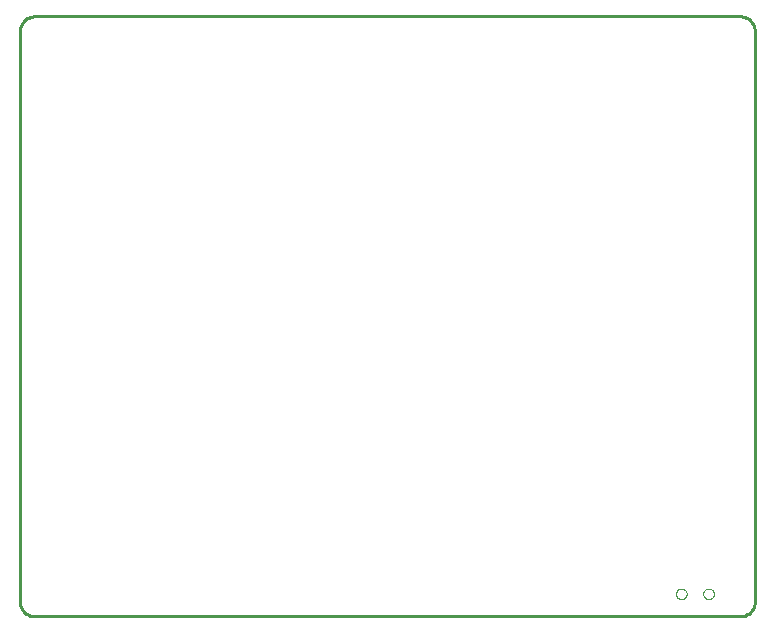
<source format=gko>
G04 EAGLE Gerber RS-274X export*
G75*
%MOMM*%
%FSLAX34Y34*%
%LPD*%
%INDimension*%
%IPPOS*%
%AMOC8*
5,1,8,0,0,1.08239X$1,22.5*%
G01*
%ADD10C,0.000000*%
%ADD11C,0.254000*%


D10*
X215900Y850900D02*
X215900Y368300D01*
X215904Y367993D01*
X215915Y367686D01*
X215933Y367380D01*
X215959Y367074D01*
X215993Y366769D01*
X216033Y366465D01*
X216081Y366162D01*
X216137Y365860D01*
X216199Y365560D01*
X216269Y365261D01*
X216346Y364964D01*
X216430Y364668D01*
X216522Y364375D01*
X216620Y364085D01*
X216725Y363797D01*
X216838Y363511D01*
X216957Y363228D01*
X217083Y362948D01*
X217215Y362671D01*
X217355Y362398D01*
X217501Y362128D01*
X217653Y361862D01*
X217812Y361599D01*
X217977Y361340D01*
X218148Y361086D01*
X218325Y360835D01*
X218509Y360589D01*
X218698Y360347D01*
X218893Y360111D01*
X219094Y359878D01*
X219300Y359651D01*
X219512Y359429D01*
X219729Y359212D01*
X219951Y359000D01*
X220178Y358794D01*
X220411Y358593D01*
X220647Y358398D01*
X220889Y358209D01*
X221135Y358025D01*
X221386Y357848D01*
X221640Y357677D01*
X221899Y357512D01*
X222162Y357353D01*
X222428Y357201D01*
X222698Y357055D01*
X222971Y356915D01*
X223248Y356783D01*
X223528Y356657D01*
X223811Y356538D01*
X224097Y356425D01*
X224385Y356320D01*
X224675Y356222D01*
X224968Y356130D01*
X225264Y356046D01*
X225561Y355969D01*
X225860Y355899D01*
X226160Y355837D01*
X226462Y355781D01*
X226765Y355733D01*
X227069Y355693D01*
X227374Y355659D01*
X227680Y355633D01*
X227986Y355615D01*
X228293Y355604D01*
X228600Y355600D01*
X825500Y355600D01*
X825807Y355604D01*
X826114Y355615D01*
X826420Y355633D01*
X826726Y355659D01*
X827031Y355693D01*
X827335Y355733D01*
X827638Y355781D01*
X827940Y355837D01*
X828240Y355899D01*
X828539Y355969D01*
X828836Y356046D01*
X829132Y356130D01*
X829425Y356222D01*
X829715Y356320D01*
X830003Y356425D01*
X830289Y356538D01*
X830572Y356657D01*
X830852Y356783D01*
X831129Y356915D01*
X831402Y357055D01*
X831672Y357201D01*
X831938Y357353D01*
X832201Y357512D01*
X832460Y357677D01*
X832714Y357848D01*
X832965Y358025D01*
X833211Y358209D01*
X833453Y358398D01*
X833689Y358593D01*
X833922Y358794D01*
X834149Y359000D01*
X834371Y359212D01*
X834588Y359429D01*
X834800Y359651D01*
X835006Y359878D01*
X835207Y360111D01*
X835402Y360347D01*
X835591Y360589D01*
X835775Y360835D01*
X835952Y361086D01*
X836123Y361340D01*
X836288Y361599D01*
X836447Y361862D01*
X836599Y362128D01*
X836745Y362398D01*
X836885Y362671D01*
X837017Y362948D01*
X837143Y363228D01*
X837262Y363511D01*
X837375Y363797D01*
X837480Y364085D01*
X837578Y364375D01*
X837670Y364668D01*
X837754Y364964D01*
X837831Y365261D01*
X837901Y365560D01*
X837963Y365860D01*
X838019Y366162D01*
X838067Y366465D01*
X838107Y366769D01*
X838141Y367074D01*
X838167Y367380D01*
X838185Y367686D01*
X838196Y367993D01*
X838200Y368300D01*
X838200Y850900D01*
X838196Y851207D01*
X838185Y851514D01*
X838167Y851820D01*
X838141Y852126D01*
X838107Y852431D01*
X838067Y852735D01*
X838019Y853038D01*
X837963Y853340D01*
X837901Y853640D01*
X837831Y853939D01*
X837754Y854236D01*
X837670Y854532D01*
X837578Y854825D01*
X837480Y855115D01*
X837375Y855403D01*
X837262Y855689D01*
X837143Y855972D01*
X837017Y856252D01*
X836885Y856529D01*
X836745Y856802D01*
X836599Y857072D01*
X836447Y857338D01*
X836288Y857601D01*
X836123Y857860D01*
X835952Y858114D01*
X835775Y858365D01*
X835591Y858611D01*
X835402Y858853D01*
X835207Y859089D01*
X835006Y859322D01*
X834800Y859549D01*
X834588Y859771D01*
X834371Y859988D01*
X834149Y860200D01*
X833922Y860406D01*
X833689Y860607D01*
X833453Y860802D01*
X833211Y860991D01*
X832965Y861175D01*
X832714Y861352D01*
X832460Y861523D01*
X832201Y861688D01*
X831938Y861847D01*
X831672Y861999D01*
X831402Y862145D01*
X831129Y862285D01*
X830852Y862417D01*
X830572Y862543D01*
X830289Y862662D01*
X830003Y862775D01*
X829715Y862880D01*
X829425Y862978D01*
X829132Y863070D01*
X828836Y863154D01*
X828539Y863231D01*
X828240Y863301D01*
X827940Y863363D01*
X827638Y863419D01*
X827335Y863467D01*
X827031Y863507D01*
X826726Y863541D01*
X826420Y863567D01*
X826114Y863585D01*
X825807Y863596D01*
X825500Y863600D01*
X228600Y863600D01*
X228293Y863596D01*
X227986Y863585D01*
X227680Y863567D01*
X227374Y863541D01*
X227069Y863507D01*
X226765Y863467D01*
X226462Y863419D01*
X226160Y863363D01*
X225860Y863301D01*
X225561Y863231D01*
X225264Y863154D01*
X224968Y863070D01*
X224675Y862978D01*
X224385Y862880D01*
X224097Y862775D01*
X223811Y862662D01*
X223528Y862543D01*
X223248Y862417D01*
X222971Y862285D01*
X222698Y862145D01*
X222428Y861999D01*
X222162Y861847D01*
X221899Y861688D01*
X221640Y861523D01*
X221386Y861352D01*
X221135Y861175D01*
X220889Y860991D01*
X220647Y860802D01*
X220411Y860607D01*
X220178Y860406D01*
X219951Y860200D01*
X219729Y859988D01*
X219512Y859771D01*
X219300Y859549D01*
X219094Y859322D01*
X218893Y859089D01*
X218698Y858853D01*
X218509Y858611D01*
X218325Y858365D01*
X218148Y858114D01*
X217977Y857860D01*
X217812Y857601D01*
X217653Y857338D01*
X217501Y857072D01*
X217355Y856802D01*
X217215Y856529D01*
X217083Y856252D01*
X216957Y855972D01*
X216838Y855689D01*
X216725Y855403D01*
X216620Y855115D01*
X216522Y854825D01*
X216430Y854532D01*
X216346Y854236D01*
X216269Y853939D01*
X216199Y853640D01*
X216137Y853340D01*
X216081Y853038D01*
X216033Y852735D01*
X215993Y852431D01*
X215959Y852126D01*
X215933Y851820D01*
X215915Y851514D01*
X215904Y851207D01*
X215900Y850900D01*
X771400Y374650D02*
X771402Y374784D01*
X771408Y374918D01*
X771418Y375051D01*
X771432Y375185D01*
X771450Y375318D01*
X771472Y375450D01*
X771497Y375581D01*
X771527Y375712D01*
X771561Y375842D01*
X771598Y375970D01*
X771639Y376098D01*
X771684Y376224D01*
X771733Y376349D01*
X771785Y376472D01*
X771841Y376594D01*
X771901Y376714D01*
X771964Y376832D01*
X772031Y376948D01*
X772101Y377062D01*
X772175Y377174D01*
X772252Y377284D01*
X772332Y377392D01*
X772415Y377497D01*
X772501Y377599D01*
X772590Y377699D01*
X772683Y377796D01*
X772778Y377891D01*
X772876Y377982D01*
X772976Y378071D01*
X773079Y378156D01*
X773185Y378239D01*
X773293Y378318D01*
X773403Y378394D01*
X773516Y378467D01*
X773631Y378536D01*
X773747Y378602D01*
X773866Y378664D01*
X773986Y378723D01*
X774109Y378778D01*
X774232Y378830D01*
X774357Y378877D01*
X774484Y378921D01*
X774612Y378962D01*
X774741Y378998D01*
X774871Y379031D01*
X775002Y379059D01*
X775133Y379084D01*
X775266Y379105D01*
X775399Y379122D01*
X775532Y379135D01*
X775666Y379144D01*
X775800Y379149D01*
X775934Y379150D01*
X776067Y379147D01*
X776201Y379140D01*
X776335Y379129D01*
X776468Y379114D01*
X776601Y379095D01*
X776733Y379072D01*
X776864Y379046D01*
X776994Y379015D01*
X777124Y378980D01*
X777252Y378942D01*
X777379Y378900D01*
X777505Y378854D01*
X777630Y378804D01*
X777753Y378751D01*
X777874Y378694D01*
X777994Y378633D01*
X778111Y378569D01*
X778227Y378502D01*
X778341Y378431D01*
X778452Y378356D01*
X778561Y378279D01*
X778668Y378198D01*
X778773Y378114D01*
X778874Y378027D01*
X778974Y377937D01*
X779070Y377844D01*
X779164Y377748D01*
X779255Y377649D01*
X779342Y377548D01*
X779427Y377444D01*
X779509Y377338D01*
X779587Y377230D01*
X779662Y377119D01*
X779734Y377006D01*
X779803Y376890D01*
X779868Y376773D01*
X779929Y376654D01*
X779987Y376533D01*
X780041Y376411D01*
X780092Y376287D01*
X780139Y376161D01*
X780182Y376034D01*
X780221Y375906D01*
X780257Y375777D01*
X780288Y375647D01*
X780316Y375516D01*
X780340Y375384D01*
X780360Y375251D01*
X780376Y375118D01*
X780388Y374985D01*
X780396Y374851D01*
X780400Y374717D01*
X780400Y374583D01*
X780396Y374449D01*
X780388Y374315D01*
X780376Y374182D01*
X780360Y374049D01*
X780340Y373916D01*
X780316Y373784D01*
X780288Y373653D01*
X780257Y373523D01*
X780221Y373394D01*
X780182Y373266D01*
X780139Y373139D01*
X780092Y373013D01*
X780041Y372889D01*
X779987Y372767D01*
X779929Y372646D01*
X779868Y372527D01*
X779803Y372410D01*
X779734Y372294D01*
X779662Y372181D01*
X779587Y372070D01*
X779509Y371962D01*
X779427Y371856D01*
X779342Y371752D01*
X779255Y371651D01*
X779164Y371552D01*
X779070Y371456D01*
X778974Y371363D01*
X778874Y371273D01*
X778773Y371186D01*
X778668Y371102D01*
X778561Y371021D01*
X778452Y370944D01*
X778341Y370869D01*
X778227Y370798D01*
X778111Y370731D01*
X777994Y370667D01*
X777874Y370606D01*
X777753Y370549D01*
X777630Y370496D01*
X777505Y370446D01*
X777379Y370400D01*
X777252Y370358D01*
X777124Y370320D01*
X776994Y370285D01*
X776864Y370254D01*
X776733Y370228D01*
X776601Y370205D01*
X776468Y370186D01*
X776335Y370171D01*
X776201Y370160D01*
X776067Y370153D01*
X775934Y370150D01*
X775800Y370151D01*
X775666Y370156D01*
X775532Y370165D01*
X775399Y370178D01*
X775266Y370195D01*
X775133Y370216D01*
X775002Y370241D01*
X774871Y370269D01*
X774741Y370302D01*
X774612Y370338D01*
X774484Y370379D01*
X774357Y370423D01*
X774232Y370470D01*
X774109Y370522D01*
X773986Y370577D01*
X773866Y370636D01*
X773747Y370698D01*
X773631Y370764D01*
X773516Y370833D01*
X773403Y370906D01*
X773293Y370982D01*
X773185Y371061D01*
X773079Y371144D01*
X772976Y371229D01*
X772876Y371318D01*
X772778Y371409D01*
X772683Y371504D01*
X772590Y371601D01*
X772501Y371701D01*
X772415Y371803D01*
X772332Y371908D01*
X772252Y372016D01*
X772175Y372126D01*
X772101Y372238D01*
X772031Y372352D01*
X771964Y372468D01*
X771901Y372586D01*
X771841Y372706D01*
X771785Y372828D01*
X771733Y372951D01*
X771684Y373076D01*
X771639Y373202D01*
X771598Y373330D01*
X771561Y373458D01*
X771527Y373588D01*
X771497Y373719D01*
X771472Y373850D01*
X771450Y373982D01*
X771432Y374115D01*
X771418Y374249D01*
X771408Y374382D01*
X771402Y374516D01*
X771400Y374650D01*
X794400Y374650D02*
X794402Y374784D01*
X794408Y374918D01*
X794418Y375051D01*
X794432Y375185D01*
X794450Y375318D01*
X794472Y375450D01*
X794497Y375581D01*
X794527Y375712D01*
X794561Y375842D01*
X794598Y375970D01*
X794639Y376098D01*
X794684Y376224D01*
X794733Y376349D01*
X794785Y376472D01*
X794841Y376594D01*
X794901Y376714D01*
X794964Y376832D01*
X795031Y376948D01*
X795101Y377062D01*
X795175Y377174D01*
X795252Y377284D01*
X795332Y377392D01*
X795415Y377497D01*
X795501Y377599D01*
X795590Y377699D01*
X795683Y377796D01*
X795778Y377891D01*
X795876Y377982D01*
X795976Y378071D01*
X796079Y378156D01*
X796185Y378239D01*
X796293Y378318D01*
X796403Y378394D01*
X796516Y378467D01*
X796631Y378536D01*
X796747Y378602D01*
X796866Y378664D01*
X796986Y378723D01*
X797109Y378778D01*
X797232Y378830D01*
X797357Y378877D01*
X797484Y378921D01*
X797612Y378962D01*
X797741Y378998D01*
X797871Y379031D01*
X798002Y379059D01*
X798133Y379084D01*
X798266Y379105D01*
X798399Y379122D01*
X798532Y379135D01*
X798666Y379144D01*
X798800Y379149D01*
X798934Y379150D01*
X799067Y379147D01*
X799201Y379140D01*
X799335Y379129D01*
X799468Y379114D01*
X799601Y379095D01*
X799733Y379072D01*
X799864Y379046D01*
X799994Y379015D01*
X800124Y378980D01*
X800252Y378942D01*
X800379Y378900D01*
X800505Y378854D01*
X800630Y378804D01*
X800753Y378751D01*
X800874Y378694D01*
X800994Y378633D01*
X801111Y378569D01*
X801227Y378502D01*
X801341Y378431D01*
X801452Y378356D01*
X801561Y378279D01*
X801668Y378198D01*
X801773Y378114D01*
X801874Y378027D01*
X801974Y377937D01*
X802070Y377844D01*
X802164Y377748D01*
X802255Y377649D01*
X802342Y377548D01*
X802427Y377444D01*
X802509Y377338D01*
X802587Y377230D01*
X802662Y377119D01*
X802734Y377006D01*
X802803Y376890D01*
X802868Y376773D01*
X802929Y376654D01*
X802987Y376533D01*
X803041Y376411D01*
X803092Y376287D01*
X803139Y376161D01*
X803182Y376034D01*
X803221Y375906D01*
X803257Y375777D01*
X803288Y375647D01*
X803316Y375516D01*
X803340Y375384D01*
X803360Y375251D01*
X803376Y375118D01*
X803388Y374985D01*
X803396Y374851D01*
X803400Y374717D01*
X803400Y374583D01*
X803396Y374449D01*
X803388Y374315D01*
X803376Y374182D01*
X803360Y374049D01*
X803340Y373916D01*
X803316Y373784D01*
X803288Y373653D01*
X803257Y373523D01*
X803221Y373394D01*
X803182Y373266D01*
X803139Y373139D01*
X803092Y373013D01*
X803041Y372889D01*
X802987Y372767D01*
X802929Y372646D01*
X802868Y372527D01*
X802803Y372410D01*
X802734Y372294D01*
X802662Y372181D01*
X802587Y372070D01*
X802509Y371962D01*
X802427Y371856D01*
X802342Y371752D01*
X802255Y371651D01*
X802164Y371552D01*
X802070Y371456D01*
X801974Y371363D01*
X801874Y371273D01*
X801773Y371186D01*
X801668Y371102D01*
X801561Y371021D01*
X801452Y370944D01*
X801341Y370869D01*
X801227Y370798D01*
X801111Y370731D01*
X800994Y370667D01*
X800874Y370606D01*
X800753Y370549D01*
X800630Y370496D01*
X800505Y370446D01*
X800379Y370400D01*
X800252Y370358D01*
X800124Y370320D01*
X799994Y370285D01*
X799864Y370254D01*
X799733Y370228D01*
X799601Y370205D01*
X799468Y370186D01*
X799335Y370171D01*
X799201Y370160D01*
X799067Y370153D01*
X798934Y370150D01*
X798800Y370151D01*
X798666Y370156D01*
X798532Y370165D01*
X798399Y370178D01*
X798266Y370195D01*
X798133Y370216D01*
X798002Y370241D01*
X797871Y370269D01*
X797741Y370302D01*
X797612Y370338D01*
X797484Y370379D01*
X797357Y370423D01*
X797232Y370470D01*
X797109Y370522D01*
X796986Y370577D01*
X796866Y370636D01*
X796747Y370698D01*
X796631Y370764D01*
X796516Y370833D01*
X796403Y370906D01*
X796293Y370982D01*
X796185Y371061D01*
X796079Y371144D01*
X795976Y371229D01*
X795876Y371318D01*
X795778Y371409D01*
X795683Y371504D01*
X795590Y371601D01*
X795501Y371701D01*
X795415Y371803D01*
X795332Y371908D01*
X795252Y372016D01*
X795175Y372126D01*
X795101Y372238D01*
X795031Y372352D01*
X794964Y372468D01*
X794901Y372586D01*
X794841Y372706D01*
X794785Y372828D01*
X794733Y372951D01*
X794684Y373076D01*
X794639Y373202D01*
X794598Y373330D01*
X794561Y373458D01*
X794527Y373588D01*
X794497Y373719D01*
X794472Y373850D01*
X794450Y373982D01*
X794432Y374115D01*
X794418Y374249D01*
X794408Y374382D01*
X794402Y374516D01*
X794400Y374650D01*
D11*
X215900Y368300D02*
X215948Y367193D01*
X216093Y366095D01*
X216333Y365013D01*
X216666Y363956D01*
X217090Y362933D01*
X217601Y361950D01*
X218197Y361016D01*
X218871Y360137D01*
X219620Y359320D01*
X220437Y358571D01*
X221316Y357897D01*
X222250Y357301D01*
X223233Y356790D01*
X224256Y356366D01*
X225313Y356033D01*
X226395Y355793D01*
X227493Y355648D01*
X228600Y355600D01*
X825500Y355600D01*
X826607Y355648D01*
X827705Y355793D01*
X828787Y356033D01*
X829844Y356366D01*
X830867Y356790D01*
X831850Y357301D01*
X832784Y357897D01*
X833663Y358571D01*
X834480Y359320D01*
X835229Y360137D01*
X835903Y361016D01*
X836499Y361950D01*
X837010Y362933D01*
X837434Y363956D01*
X837767Y365013D01*
X838007Y366095D01*
X838152Y367193D01*
X838200Y368300D01*
X838200Y850900D01*
X838152Y852007D01*
X838007Y853105D01*
X837767Y854187D01*
X837434Y855244D01*
X837010Y856267D01*
X836499Y857250D01*
X835903Y858184D01*
X835229Y859063D01*
X834480Y859880D01*
X833663Y860629D01*
X832784Y861303D01*
X831850Y861899D01*
X830867Y862410D01*
X829844Y862834D01*
X828787Y863167D01*
X827705Y863407D01*
X826607Y863552D01*
X825500Y863600D01*
X228600Y863600D01*
X227493Y863552D01*
X226395Y863407D01*
X225313Y863167D01*
X224256Y862834D01*
X223233Y862410D01*
X222250Y861899D01*
X221316Y861303D01*
X220437Y860629D01*
X219620Y859880D01*
X218871Y859063D01*
X218197Y858184D01*
X217601Y857250D01*
X217090Y856267D01*
X216666Y855244D01*
X216333Y854187D01*
X216093Y853105D01*
X215948Y852007D01*
X215900Y850900D01*
X215900Y368300D01*
M02*

</source>
